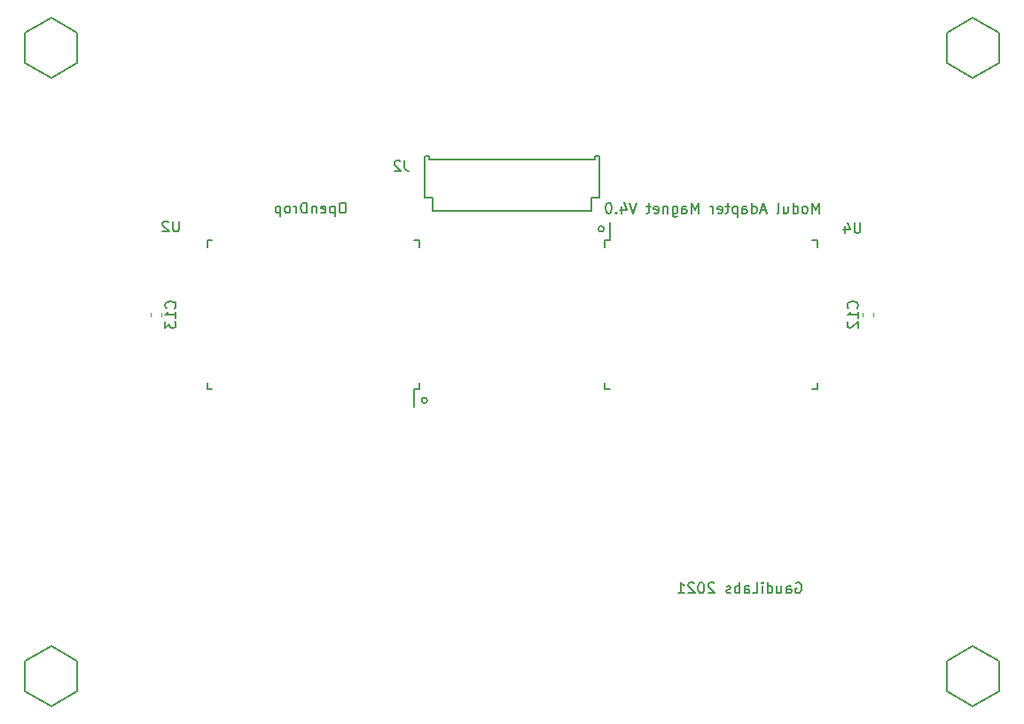
<source format=gbr>
G04 #@! TF.GenerationSoftware,KiCad,Pcbnew,5.1.5+dfsg1-2build2*
G04 #@! TF.CreationDate,2021-03-31T10:31:05+02:00*
G04 #@! TF.ProjectId,ModulAdapterMagnet,4d6f6475-6c41-4646-9170-7465724d6167,rev?*
G04 #@! TF.SameCoordinates,Original*
G04 #@! TF.FileFunction,Legend,Bot*
G04 #@! TF.FilePolarity,Positive*
%FSLAX46Y46*%
G04 Gerber Fmt 4.6, Leading zero omitted, Abs format (unit mm)*
G04 Created by KiCad (PCBNEW 5.1.5+dfsg1-2build2) date 2021-03-31 10:31:05*
%MOMM*%
%LPD*%
G04 APERTURE LIST*
%ADD10C,0.150000*%
%ADD11C,0.120000*%
G04 APERTURE END LIST*
D10*
X127101133Y-125128600D02*
X127196371Y-125080980D01*
X127339228Y-125080980D01*
X127482085Y-125128600D01*
X127577323Y-125223838D01*
X127624942Y-125319076D01*
X127672561Y-125509552D01*
X127672561Y-125652409D01*
X127624942Y-125842885D01*
X127577323Y-125938123D01*
X127482085Y-126033361D01*
X127339228Y-126080980D01*
X127243990Y-126080980D01*
X127101133Y-126033361D01*
X127053514Y-125985742D01*
X127053514Y-125652409D01*
X127243990Y-125652409D01*
X126196371Y-126080980D02*
X126196371Y-125557171D01*
X126243990Y-125461933D01*
X126339228Y-125414314D01*
X126529704Y-125414314D01*
X126624942Y-125461933D01*
X126196371Y-126033361D02*
X126291609Y-126080980D01*
X126529704Y-126080980D01*
X126624942Y-126033361D01*
X126672561Y-125938123D01*
X126672561Y-125842885D01*
X126624942Y-125747647D01*
X126529704Y-125700028D01*
X126291609Y-125700028D01*
X126196371Y-125652409D01*
X125291609Y-125414314D02*
X125291609Y-126080980D01*
X125720180Y-125414314D02*
X125720180Y-125938123D01*
X125672561Y-126033361D01*
X125577323Y-126080980D01*
X125434466Y-126080980D01*
X125339228Y-126033361D01*
X125291609Y-125985742D01*
X124386847Y-126080980D02*
X124386847Y-125080980D01*
X124386847Y-126033361D02*
X124482085Y-126080980D01*
X124672561Y-126080980D01*
X124767800Y-126033361D01*
X124815419Y-125985742D01*
X124863038Y-125890504D01*
X124863038Y-125604790D01*
X124815419Y-125509552D01*
X124767800Y-125461933D01*
X124672561Y-125414314D01*
X124482085Y-125414314D01*
X124386847Y-125461933D01*
X123910657Y-126080980D02*
X123910657Y-125414314D01*
X123910657Y-125080980D02*
X123958276Y-125128600D01*
X123910657Y-125176219D01*
X123863038Y-125128600D01*
X123910657Y-125080980D01*
X123910657Y-125176219D01*
X122958276Y-126080980D02*
X123434466Y-126080980D01*
X123434466Y-125080980D01*
X122196371Y-126080980D02*
X122196371Y-125557171D01*
X122243990Y-125461933D01*
X122339228Y-125414314D01*
X122529704Y-125414314D01*
X122624942Y-125461933D01*
X122196371Y-126033361D02*
X122291609Y-126080980D01*
X122529704Y-126080980D01*
X122624942Y-126033361D01*
X122672561Y-125938123D01*
X122672561Y-125842885D01*
X122624942Y-125747647D01*
X122529704Y-125700028D01*
X122291609Y-125700028D01*
X122196371Y-125652409D01*
X121720180Y-126080980D02*
X121720180Y-125080980D01*
X121720180Y-125461933D02*
X121624942Y-125414314D01*
X121434466Y-125414314D01*
X121339228Y-125461933D01*
X121291609Y-125509552D01*
X121243990Y-125604790D01*
X121243990Y-125890504D01*
X121291609Y-125985742D01*
X121339228Y-126033361D01*
X121434466Y-126080980D01*
X121624942Y-126080980D01*
X121720180Y-126033361D01*
X120863038Y-126033361D02*
X120767800Y-126080980D01*
X120577323Y-126080980D01*
X120482085Y-126033361D01*
X120434466Y-125938123D01*
X120434466Y-125890504D01*
X120482085Y-125795266D01*
X120577323Y-125747647D01*
X120720180Y-125747647D01*
X120815419Y-125700028D01*
X120863038Y-125604790D01*
X120863038Y-125557171D01*
X120815419Y-125461933D01*
X120720180Y-125414314D01*
X120577323Y-125414314D01*
X120482085Y-125461933D01*
X119291609Y-125176219D02*
X119243990Y-125128600D01*
X119148752Y-125080980D01*
X118910657Y-125080980D01*
X118815419Y-125128600D01*
X118767800Y-125176219D01*
X118720180Y-125271457D01*
X118720180Y-125366695D01*
X118767800Y-125509552D01*
X119339228Y-126080980D01*
X118720180Y-126080980D01*
X118101133Y-125080980D02*
X118005895Y-125080980D01*
X117910657Y-125128600D01*
X117863038Y-125176219D01*
X117815419Y-125271457D01*
X117767800Y-125461933D01*
X117767800Y-125700028D01*
X117815419Y-125890504D01*
X117863038Y-125985742D01*
X117910657Y-126033361D01*
X118005895Y-126080980D01*
X118101133Y-126080980D01*
X118196371Y-126033361D01*
X118243990Y-125985742D01*
X118291609Y-125890504D01*
X118339228Y-125700028D01*
X118339228Y-125461933D01*
X118291609Y-125271457D01*
X118243990Y-125176219D01*
X118196371Y-125128600D01*
X118101133Y-125080980D01*
X117386847Y-125176219D02*
X117339228Y-125128600D01*
X117243990Y-125080980D01*
X117005895Y-125080980D01*
X116910657Y-125128600D01*
X116863038Y-125176219D01*
X116815419Y-125271457D01*
X116815419Y-125366695D01*
X116863038Y-125509552D01*
X117434466Y-126080980D01*
X116815419Y-126080980D01*
X115863038Y-126080980D02*
X116434466Y-126080980D01*
X116148752Y-126080980D02*
X116148752Y-125080980D01*
X116243990Y-125223838D01*
X116339228Y-125319076D01*
X116434466Y-125366695D01*
X83915057Y-88784380D02*
X83724580Y-88784380D01*
X83629342Y-88832000D01*
X83534104Y-88927238D01*
X83486485Y-89117714D01*
X83486485Y-89451047D01*
X83534104Y-89641523D01*
X83629342Y-89736761D01*
X83724580Y-89784380D01*
X83915057Y-89784380D01*
X84010295Y-89736761D01*
X84105533Y-89641523D01*
X84153152Y-89451047D01*
X84153152Y-89117714D01*
X84105533Y-88927238D01*
X84010295Y-88832000D01*
X83915057Y-88784380D01*
X83057914Y-89117714D02*
X83057914Y-90117714D01*
X83057914Y-89165333D02*
X82962676Y-89117714D01*
X82772200Y-89117714D01*
X82676961Y-89165333D01*
X82629342Y-89212952D01*
X82581723Y-89308190D01*
X82581723Y-89593904D01*
X82629342Y-89689142D01*
X82676961Y-89736761D01*
X82772200Y-89784380D01*
X82962676Y-89784380D01*
X83057914Y-89736761D01*
X81772200Y-89736761D02*
X81867438Y-89784380D01*
X82057914Y-89784380D01*
X82153152Y-89736761D01*
X82200771Y-89641523D01*
X82200771Y-89260571D01*
X82153152Y-89165333D01*
X82057914Y-89117714D01*
X81867438Y-89117714D01*
X81772200Y-89165333D01*
X81724580Y-89260571D01*
X81724580Y-89355809D01*
X82200771Y-89451047D01*
X81296009Y-89117714D02*
X81296009Y-89784380D01*
X81296009Y-89212952D02*
X81248390Y-89165333D01*
X81153152Y-89117714D01*
X81010295Y-89117714D01*
X80915057Y-89165333D01*
X80867438Y-89260571D01*
X80867438Y-89784380D01*
X80391247Y-89784380D02*
X80391247Y-88784380D01*
X80153152Y-88784380D01*
X80010295Y-88832000D01*
X79915057Y-88927238D01*
X79867438Y-89022476D01*
X79819819Y-89212952D01*
X79819819Y-89355809D01*
X79867438Y-89546285D01*
X79915057Y-89641523D01*
X80010295Y-89736761D01*
X80153152Y-89784380D01*
X80391247Y-89784380D01*
X79391247Y-89784380D02*
X79391247Y-89117714D01*
X79391247Y-89308190D02*
X79343628Y-89212952D01*
X79296009Y-89165333D01*
X79200771Y-89117714D01*
X79105533Y-89117714D01*
X78629342Y-89784380D02*
X78724580Y-89736761D01*
X78772200Y-89689142D01*
X78819819Y-89593904D01*
X78819819Y-89308190D01*
X78772200Y-89212952D01*
X78724580Y-89165333D01*
X78629342Y-89117714D01*
X78486485Y-89117714D01*
X78391247Y-89165333D01*
X78343628Y-89212952D01*
X78296009Y-89308190D01*
X78296009Y-89593904D01*
X78343628Y-89689142D01*
X78391247Y-89736761D01*
X78486485Y-89784380D01*
X78629342Y-89784380D01*
X77867438Y-89117714D02*
X77867438Y-90117714D01*
X77867438Y-89165333D02*
X77772200Y-89117714D01*
X77581723Y-89117714D01*
X77486485Y-89165333D01*
X77438866Y-89212952D01*
X77391247Y-89308190D01*
X77391247Y-89593904D01*
X77438866Y-89689142D01*
X77486485Y-89736761D01*
X77581723Y-89784380D01*
X77772200Y-89784380D01*
X77867438Y-89736761D01*
X129318266Y-89809780D02*
X129318266Y-88809780D01*
X128984933Y-89524066D01*
X128651600Y-88809780D01*
X128651600Y-89809780D01*
X128032552Y-89809780D02*
X128127790Y-89762161D01*
X128175409Y-89714542D01*
X128223028Y-89619304D01*
X128223028Y-89333590D01*
X128175409Y-89238352D01*
X128127790Y-89190733D01*
X128032552Y-89143114D01*
X127889695Y-89143114D01*
X127794457Y-89190733D01*
X127746838Y-89238352D01*
X127699219Y-89333590D01*
X127699219Y-89619304D01*
X127746838Y-89714542D01*
X127794457Y-89762161D01*
X127889695Y-89809780D01*
X128032552Y-89809780D01*
X126842076Y-89809780D02*
X126842076Y-88809780D01*
X126842076Y-89762161D02*
X126937314Y-89809780D01*
X127127790Y-89809780D01*
X127223028Y-89762161D01*
X127270647Y-89714542D01*
X127318266Y-89619304D01*
X127318266Y-89333590D01*
X127270647Y-89238352D01*
X127223028Y-89190733D01*
X127127790Y-89143114D01*
X126937314Y-89143114D01*
X126842076Y-89190733D01*
X125937314Y-89143114D02*
X125937314Y-89809780D01*
X126365885Y-89143114D02*
X126365885Y-89666923D01*
X126318266Y-89762161D01*
X126223028Y-89809780D01*
X126080171Y-89809780D01*
X125984933Y-89762161D01*
X125937314Y-89714542D01*
X125318266Y-89809780D02*
X125413504Y-89762161D01*
X125461123Y-89666923D01*
X125461123Y-88809780D01*
X124223028Y-89524066D02*
X123746838Y-89524066D01*
X124318266Y-89809780D02*
X123984933Y-88809780D01*
X123651600Y-89809780D01*
X122889695Y-89809780D02*
X122889695Y-88809780D01*
X122889695Y-89762161D02*
X122984933Y-89809780D01*
X123175409Y-89809780D01*
X123270647Y-89762161D01*
X123318266Y-89714542D01*
X123365885Y-89619304D01*
X123365885Y-89333590D01*
X123318266Y-89238352D01*
X123270647Y-89190733D01*
X123175409Y-89143114D01*
X122984933Y-89143114D01*
X122889695Y-89190733D01*
X121984933Y-89809780D02*
X121984933Y-89285971D01*
X122032552Y-89190733D01*
X122127790Y-89143114D01*
X122318266Y-89143114D01*
X122413504Y-89190733D01*
X121984933Y-89762161D02*
X122080171Y-89809780D01*
X122318266Y-89809780D01*
X122413504Y-89762161D01*
X122461123Y-89666923D01*
X122461123Y-89571685D01*
X122413504Y-89476447D01*
X122318266Y-89428828D01*
X122080171Y-89428828D01*
X121984933Y-89381209D01*
X121508742Y-89143114D02*
X121508742Y-90143114D01*
X121508742Y-89190733D02*
X121413504Y-89143114D01*
X121223028Y-89143114D01*
X121127790Y-89190733D01*
X121080171Y-89238352D01*
X121032552Y-89333590D01*
X121032552Y-89619304D01*
X121080171Y-89714542D01*
X121127790Y-89762161D01*
X121223028Y-89809780D01*
X121413504Y-89809780D01*
X121508742Y-89762161D01*
X120746838Y-89143114D02*
X120365885Y-89143114D01*
X120603980Y-88809780D02*
X120603980Y-89666923D01*
X120556361Y-89762161D01*
X120461123Y-89809780D01*
X120365885Y-89809780D01*
X119651600Y-89762161D02*
X119746838Y-89809780D01*
X119937314Y-89809780D01*
X120032552Y-89762161D01*
X120080171Y-89666923D01*
X120080171Y-89285971D01*
X120032552Y-89190733D01*
X119937314Y-89143114D01*
X119746838Y-89143114D01*
X119651600Y-89190733D01*
X119603980Y-89285971D01*
X119603980Y-89381209D01*
X120080171Y-89476447D01*
X119175409Y-89809780D02*
X119175409Y-89143114D01*
X119175409Y-89333590D02*
X119127790Y-89238352D01*
X119080171Y-89190733D01*
X118984933Y-89143114D01*
X118889695Y-89143114D01*
X117794457Y-89809780D02*
X117794457Y-88809780D01*
X117461123Y-89524066D01*
X117127790Y-88809780D01*
X117127790Y-89809780D01*
X116223028Y-89809780D02*
X116223028Y-89285971D01*
X116270647Y-89190733D01*
X116365885Y-89143114D01*
X116556361Y-89143114D01*
X116651600Y-89190733D01*
X116223028Y-89762161D02*
X116318266Y-89809780D01*
X116556361Y-89809780D01*
X116651600Y-89762161D01*
X116699219Y-89666923D01*
X116699219Y-89571685D01*
X116651600Y-89476447D01*
X116556361Y-89428828D01*
X116318266Y-89428828D01*
X116223028Y-89381209D01*
X115318266Y-89143114D02*
X115318266Y-89952638D01*
X115365885Y-90047876D01*
X115413504Y-90095495D01*
X115508742Y-90143114D01*
X115651600Y-90143114D01*
X115746838Y-90095495D01*
X115318266Y-89762161D02*
X115413504Y-89809780D01*
X115603980Y-89809780D01*
X115699219Y-89762161D01*
X115746838Y-89714542D01*
X115794457Y-89619304D01*
X115794457Y-89333590D01*
X115746838Y-89238352D01*
X115699219Y-89190733D01*
X115603980Y-89143114D01*
X115413504Y-89143114D01*
X115318266Y-89190733D01*
X114842076Y-89143114D02*
X114842076Y-89809780D01*
X114842076Y-89238352D02*
X114794457Y-89190733D01*
X114699219Y-89143114D01*
X114556361Y-89143114D01*
X114461123Y-89190733D01*
X114413504Y-89285971D01*
X114413504Y-89809780D01*
X113556361Y-89762161D02*
X113651600Y-89809780D01*
X113842076Y-89809780D01*
X113937314Y-89762161D01*
X113984933Y-89666923D01*
X113984933Y-89285971D01*
X113937314Y-89190733D01*
X113842076Y-89143114D01*
X113651600Y-89143114D01*
X113556361Y-89190733D01*
X113508742Y-89285971D01*
X113508742Y-89381209D01*
X113984933Y-89476447D01*
X113223028Y-89143114D02*
X112842076Y-89143114D01*
X113080171Y-88809780D02*
X113080171Y-89666923D01*
X113032552Y-89762161D01*
X112937314Y-89809780D01*
X112842076Y-89809780D01*
X111889695Y-88809780D02*
X111556361Y-89809780D01*
X111223028Y-88809780D01*
X110461123Y-89143114D02*
X110461123Y-89809780D01*
X110699219Y-88762161D02*
X110937314Y-89476447D01*
X110318266Y-89476447D01*
X109937314Y-89714542D02*
X109889695Y-89762161D01*
X109937314Y-89809780D01*
X109984933Y-89762161D01*
X109937314Y-89714542D01*
X109937314Y-89809780D01*
X109270647Y-88809780D02*
X109175409Y-88809780D01*
X109080171Y-88857400D01*
X109032552Y-88905019D01*
X108984933Y-89000257D01*
X108937314Y-89190733D01*
X108937314Y-89428828D01*
X108984933Y-89619304D01*
X109032552Y-89714542D01*
X109080171Y-89762161D01*
X109175409Y-89809780D01*
X109270647Y-89809780D01*
X109365885Y-89762161D01*
X109413504Y-89714542D01*
X109461123Y-89619304D01*
X109508742Y-89428828D01*
X109508742Y-89190733D01*
X109461123Y-89000257D01*
X109413504Y-88905019D01*
X109365885Y-88857400D01*
X109270647Y-88809780D01*
X108778408Y-91300500D02*
G75*
G03X108778408Y-91300500I-269408J0D01*
G01*
X91887408Y-107683500D02*
G75*
G03X91887408Y-107683500I-269408J0D01*
G01*
X108875000Y-92375000D02*
X109325000Y-92375000D01*
X108875000Y-106625000D02*
X109325000Y-106625000D01*
X129125000Y-106625000D02*
X128675000Y-106625000D01*
X129125000Y-92375000D02*
X128675000Y-92375000D01*
X108875000Y-92375000D02*
X108875000Y-93025000D01*
X129125000Y-92375000D02*
X129125000Y-93025000D01*
X129125000Y-106625000D02*
X129125000Y-105975000D01*
X108875000Y-106625000D02*
X108875000Y-105975000D01*
X109325000Y-92375000D02*
X109325000Y-90700000D01*
X91125000Y-106625000D02*
X90675000Y-106625000D01*
X91125000Y-92375000D02*
X90675000Y-92375000D01*
X70875000Y-92375000D02*
X71325000Y-92375000D01*
X70875000Y-106625000D02*
X71325000Y-106625000D01*
X91125000Y-106625000D02*
X91125000Y-105975000D01*
X70875000Y-106625000D02*
X70875000Y-105975000D01*
X70875000Y-92375000D02*
X70875000Y-93025000D01*
X91125000Y-92375000D02*
X91125000Y-93025000D01*
X90675000Y-106625000D02*
X90675000Y-108300000D01*
X53500000Y-72560000D02*
X56000000Y-71120000D01*
X53500000Y-75440000D02*
X53500000Y-72560000D01*
X56000000Y-76880000D02*
X53500000Y-75440000D01*
X58500000Y-75440000D02*
X56000000Y-76880000D01*
X58500000Y-72560000D02*
X56000000Y-71120000D01*
X58500000Y-72560000D02*
X58500000Y-75440000D01*
X146500000Y-72560000D02*
X146500000Y-75440000D01*
X146500000Y-72560000D02*
X144000000Y-71120000D01*
X146500000Y-75440000D02*
X144000000Y-76880000D01*
X144000000Y-76880000D02*
X141500000Y-75440000D01*
X141500000Y-75440000D02*
X141500000Y-72560000D01*
X141500000Y-72560000D02*
X144000000Y-71120000D01*
X58500000Y-132560000D02*
X58500000Y-135440000D01*
X58500000Y-132560000D02*
X56000000Y-131120000D01*
X58500000Y-135440000D02*
X56000000Y-136880000D01*
X56000000Y-136880000D02*
X53500000Y-135440000D01*
X53500000Y-135440000D02*
X53500000Y-132560000D01*
X53500000Y-132560000D02*
X56000000Y-131120000D01*
X141500000Y-132560000D02*
X144000000Y-131120000D01*
X141500000Y-135440000D02*
X141500000Y-132560000D01*
X144000000Y-136880000D02*
X141500000Y-135440000D01*
X146500000Y-135440000D02*
X144000000Y-136880000D01*
X146500000Y-132560000D02*
X144000000Y-131120000D01*
X146500000Y-132560000D02*
X146500000Y-135440000D01*
X107900000Y-84700000D02*
X92100000Y-84700000D01*
X92450000Y-88300000D02*
X92450000Y-89600000D01*
X107550000Y-88300000D02*
X107550000Y-89600000D01*
X91650000Y-84300000D02*
X91650000Y-88300000D01*
X108350000Y-84300000D02*
X108350000Y-88300000D01*
X108300000Y-84300000D02*
X107900000Y-84300000D01*
X91700000Y-84300000D02*
X92100000Y-84300000D01*
X92450000Y-89600000D02*
X107550000Y-89600000D01*
X108350000Y-88300000D02*
X107550000Y-88300000D01*
X91650000Y-88300000D02*
X92450000Y-88300000D01*
X107900000Y-84700000D02*
X107900000Y-84300000D01*
X92100000Y-84700000D02*
X92100000Y-84300000D01*
D11*
X133490000Y-99337221D02*
X133490000Y-99662779D01*
X134510000Y-99337221D02*
X134510000Y-99662779D01*
X65490000Y-99662779D02*
X65490000Y-99337221D01*
X66510000Y-99662779D02*
X66510000Y-99337221D01*
D10*
X133255904Y-90702380D02*
X133255904Y-91511904D01*
X133208285Y-91607142D01*
X133160666Y-91654761D01*
X133065428Y-91702380D01*
X132874952Y-91702380D01*
X132779714Y-91654761D01*
X132732095Y-91607142D01*
X132684476Y-91511904D01*
X132684476Y-90702380D01*
X131779714Y-91035714D02*
X131779714Y-91702380D01*
X132017809Y-90654761D02*
X132255904Y-91369047D01*
X131636857Y-91369047D01*
X68186404Y-90562380D02*
X68186404Y-91371904D01*
X68138785Y-91467142D01*
X68091166Y-91514761D01*
X67995928Y-91562380D01*
X67805452Y-91562380D01*
X67710214Y-91514761D01*
X67662595Y-91467142D01*
X67614976Y-91371904D01*
X67614976Y-90562380D01*
X67186404Y-90657619D02*
X67138785Y-90610000D01*
X67043547Y-90562380D01*
X66805452Y-90562380D01*
X66710214Y-90610000D01*
X66662595Y-90657619D01*
X66614976Y-90752857D01*
X66614976Y-90848095D01*
X66662595Y-90990952D01*
X67234023Y-91562380D01*
X66614976Y-91562380D01*
X89733333Y-84752380D02*
X89733333Y-85466666D01*
X89780952Y-85609523D01*
X89876190Y-85704761D01*
X90019047Y-85752380D01*
X90114285Y-85752380D01*
X89304761Y-84847619D02*
X89257142Y-84800000D01*
X89161904Y-84752380D01*
X88923809Y-84752380D01*
X88828571Y-84800000D01*
X88780952Y-84847619D01*
X88733333Y-84942857D01*
X88733333Y-85038095D01*
X88780952Y-85180952D01*
X89352380Y-85752380D01*
X88733333Y-85752380D01*
X132927142Y-98857142D02*
X132974761Y-98809523D01*
X133022380Y-98666666D01*
X133022380Y-98571428D01*
X132974761Y-98428571D01*
X132879523Y-98333333D01*
X132784285Y-98285714D01*
X132593809Y-98238095D01*
X132450952Y-98238095D01*
X132260476Y-98285714D01*
X132165238Y-98333333D01*
X132070000Y-98428571D01*
X132022380Y-98571428D01*
X132022380Y-98666666D01*
X132070000Y-98809523D01*
X132117619Y-98857142D01*
X133022380Y-99809523D02*
X133022380Y-99238095D01*
X133022380Y-99523809D02*
X132022380Y-99523809D01*
X132165238Y-99428571D01*
X132260476Y-99333333D01*
X132308095Y-99238095D01*
X132117619Y-100190476D02*
X132070000Y-100238095D01*
X132022380Y-100333333D01*
X132022380Y-100571428D01*
X132070000Y-100666666D01*
X132117619Y-100714285D01*
X132212857Y-100761904D01*
X132308095Y-100761904D01*
X132450952Y-100714285D01*
X133022380Y-100142857D01*
X133022380Y-100761904D01*
X67787142Y-98857142D02*
X67834761Y-98809523D01*
X67882380Y-98666666D01*
X67882380Y-98571428D01*
X67834761Y-98428571D01*
X67739523Y-98333333D01*
X67644285Y-98285714D01*
X67453809Y-98238095D01*
X67310952Y-98238095D01*
X67120476Y-98285714D01*
X67025238Y-98333333D01*
X66930000Y-98428571D01*
X66882380Y-98571428D01*
X66882380Y-98666666D01*
X66930000Y-98809523D01*
X66977619Y-98857142D01*
X67882380Y-99809523D02*
X67882380Y-99238095D01*
X67882380Y-99523809D02*
X66882380Y-99523809D01*
X67025238Y-99428571D01*
X67120476Y-99333333D01*
X67168095Y-99238095D01*
X66882380Y-100142857D02*
X66882380Y-100761904D01*
X67263333Y-100428571D01*
X67263333Y-100571428D01*
X67310952Y-100666666D01*
X67358571Y-100714285D01*
X67453809Y-100761904D01*
X67691904Y-100761904D01*
X67787142Y-100714285D01*
X67834761Y-100666666D01*
X67882380Y-100571428D01*
X67882380Y-100285714D01*
X67834761Y-100190476D01*
X67787142Y-100142857D01*
M02*

</source>
